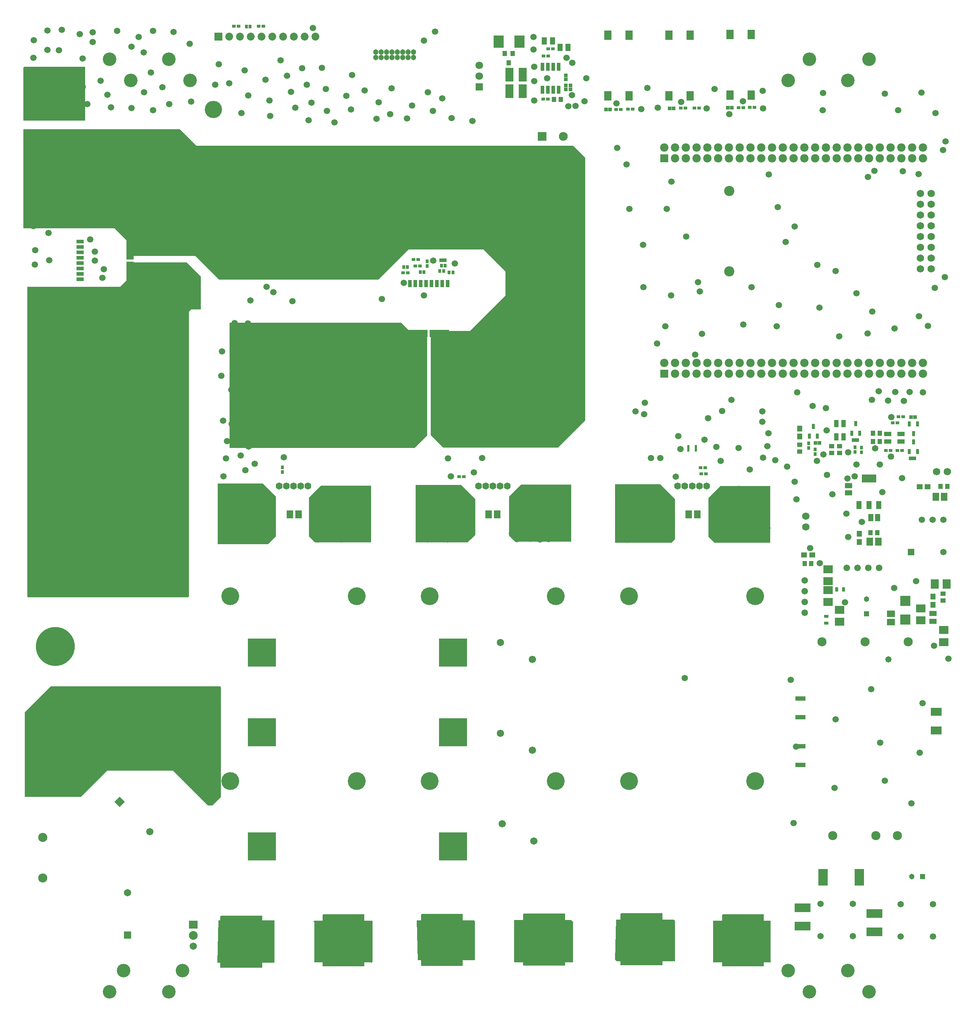
<source format=gts>
G04*
G04 #@! TF.GenerationSoftware,Altium Limited,Altium Designer,20.2.4 (192)*
G04*
G04 Layer_Color=8388736*
%FSLAX24Y24*%
%MOIN*%
G70*
G04*
G04 #@! TF.SameCoordinates,B9BB7F2B-B7AC-4897-A438-396A0F5AD448*
G04*
G04*
G04 #@! TF.FilePolarity,Negative*
G04*
G01*
G75*
%ADD62R,0.0316X0.0332*%
%ADD63R,0.0218X0.0611*%
%ADD64R,0.0474X0.0395*%
%ADD65R,0.0671X0.0867*%
%ADD66R,0.0316X0.0474*%
%ADD67R,0.0316X0.0356*%
%ADD68R,0.0647X0.0734*%
%ADD69R,0.0552X0.0493*%
%ADD70R,0.0395X0.0474*%
%ADD71R,0.0493X0.0552*%
%ADD72R,0.0395X0.0316*%
%ADD73R,0.0926X0.0946*%
%ADD74R,0.0718X0.0891*%
%ADD75R,0.0474X0.0434*%
%ADD76R,0.0986X0.0769*%
%ADD77R,0.0891X0.0718*%
%ADD78R,0.0651X0.0474*%
%ADD79R,0.0867X0.1556*%
%ADD80R,0.0706X0.1828*%
%ADD81R,0.0706X0.0332*%
%ADD82R,0.0474X0.0651*%
%ADD83R,0.0356X0.0316*%
%ADD84R,0.0336X0.0332*%
%ADD85R,0.0332X0.0706*%
%ADD86R,0.1828X0.0706*%
%ADD87R,0.1340X0.0769*%
%ADD88R,0.0454X0.0769*%
%ADD89R,0.2639X0.2639*%
%ADD90R,0.0316X0.0395*%
%ADD91R,0.0332X0.0336*%
%ADD92R,0.0363X0.0781*%
%ADD93R,0.0671X0.0434*%
%ADD94R,0.0434X0.0671*%
%ADD95R,0.0659X0.0482*%
%ADD96R,0.0482X0.0659*%
%ADD97R,0.0734X0.0647*%
%ADD98R,0.0954X0.0403*%
%ADD99R,0.0718X0.1265*%
%ADD100R,0.0415X0.0513*%
%ADD101R,0.0926X0.1182*%
%ADD102R,0.1497X0.0789*%
%ADD103C,0.0513*%
%ADD104C,0.4017*%
%ADD105C,0.2442*%
%ADD106C,0.1655*%
%ADD107O,0.0630X0.0650*%
%ADD108C,0.1600*%
%ADD109R,0.0824X0.0824*%
%ADD110O,0.0824X0.0824*%
%ADD111C,0.0690*%
%ADD112C,0.0946*%
%ADD113C,0.0780*%
%ADD114C,0.0611*%
%ADD115C,0.0848*%
%ADD116R,0.0513X0.0513*%
%ADD117R,0.0592X0.0592*%
%ADD118C,0.0592*%
%ADD119R,0.0780X0.0780*%
%ADD120R,0.0513X0.0513*%
%ADD121C,0.3623*%
%ADD122C,0.1261*%
%ADD123C,0.0710*%
%ADD124R,0.0710X0.0710*%
%ADD125C,0.0676*%
%ADD126R,0.0824X0.0730*%
%ADD127C,0.0816*%
%ADD128C,0.0671*%
%ADD129R,0.1178X0.1178*%
%ADD130C,0.1178*%
%ADD131R,0.0671X0.0671*%
%ADD132P,0.0948X4X360.0*%
%ADD133C,0.0730*%
%ADD134R,0.0730X0.0730*%
%ADD135C,0.0580*%
G36*
X18898Y32244D02*
Y22047D01*
X18110Y21260D01*
X17717D01*
X14488Y24488D01*
X8346D01*
X5906Y22047D01*
X709D01*
Y29921D01*
X3110Y32323D01*
X18819D01*
X18898Y32244D01*
D02*
G37*
G36*
X32224Y10551D02*
X32963D01*
Y6732D01*
X32884Y6654D01*
X32854Y6683D01*
X32224D01*
Y6339D01*
X32185Y6299D01*
X28327D01*
Y6683D01*
X27579D01*
Y10413D01*
X27470Y10522D01*
X27539D01*
X27569Y10551D01*
X28327D01*
Y11063D01*
X28406Y11142D01*
X32224D01*
Y10551D01*
D02*
G37*
G36*
X59882Y10640D02*
X60935D01*
X61033Y10541D01*
Y6762D01*
X59882D01*
Y6457D01*
X59843Y6417D01*
X55984D01*
Y6762D01*
X55630D01*
X55463Y6929D01*
X55581Y10640D01*
X55984D01*
Y11181D01*
X56063Y11260D01*
X59882D01*
Y10640D01*
D02*
G37*
G36*
X50846Y10610D02*
X51398D01*
X51624Y10384D01*
X51565Y10325D01*
Y6683D01*
X50846D01*
Y6417D01*
X50807Y6378D01*
X46949D01*
Y6683D01*
X46171D01*
X46102Y6752D01*
Y10610D01*
X46949D01*
Y11142D01*
X47028Y11220D01*
X50846D01*
Y10610D01*
D02*
G37*
G36*
X41358Y10591D02*
X42382D01*
X42470Y10502D01*
Y6880D01*
X41358D01*
Y6378D01*
X41319Y6339D01*
X37461D01*
Y6880D01*
X37185D01*
X37077Y10591D01*
X37461D01*
Y11102D01*
X37539Y11181D01*
X41358D01*
Y10591D01*
D02*
G37*
G36*
X69291Y10551D02*
X69921D01*
Y6762D01*
X69961Y6722D01*
X69921Y6683D01*
X69291D01*
Y6339D01*
X69252Y6299D01*
X65394D01*
Y6683D01*
X64577D01*
Y10551D01*
X65394D01*
Y11063D01*
X65472Y11142D01*
X69291D01*
Y10551D01*
D02*
G37*
G36*
X22756Y10571D02*
X23878D01*
Y6673D01*
X23898Y6654D01*
X23878Y6634D01*
X22756D01*
Y6220D01*
X22717Y6181D01*
X18858D01*
Y6634D01*
X18583D01*
X18681Y10571D01*
X18858D01*
Y10945D01*
X18937Y11024D01*
X22756D01*
Y10571D01*
D02*
G37*
G36*
X6312Y89826D02*
Y84843D01*
X603D01*
X564Y84882D01*
Y89759D01*
X657Y89843D01*
X6272D01*
X6312Y89826D01*
D02*
G37*
G36*
X16614Y82520D02*
X51614D01*
X52717Y81417D01*
Y57008D01*
X50197Y54488D01*
X39528D01*
X38386Y55630D01*
Y65039D01*
X38661Y65315D01*
X42008D01*
X45315Y68622D01*
Y70827D01*
X43268Y72874D01*
X36299Y72874D01*
X33504Y70079D01*
X18740Y70079D01*
X16535Y72283D01*
X10630D01*
X10157Y72756D01*
Y73740D01*
X9055Y74843D01*
X591D01*
X591Y84035D01*
X15098D01*
X16614Y82520D01*
D02*
G37*
G36*
X36299Y65394D02*
X38031D01*
Y55591D01*
X36890Y54449D01*
X19724Y54449D01*
Y66063D01*
X35630Y66063D01*
X36299Y65394D01*
D02*
G37*
G36*
X51398Y45756D02*
X46221Y45756D01*
X45650Y46327D01*
X45650Y49929D01*
X46752Y51031D01*
X51398D01*
X51398Y45756D01*
D02*
G37*
G36*
X42499Y49697D02*
Y46390D01*
X42097Y45988D01*
X42096Y45945D01*
X42054D01*
X41800Y45691D01*
X36977D01*
Y51016D01*
X41180D01*
X42499Y49697D01*
D02*
G37*
G36*
X32835Y50953D02*
X32835D01*
X32835Y45677D01*
X27658Y45677D01*
X27087Y46248D01*
Y46249D01*
X27087Y46250D01*
X27087Y49852D01*
X28189Y50955D01*
X32835D01*
Y50953D01*
D02*
G37*
G36*
X69882Y45640D02*
X64705Y45640D01*
X64134Y46211D01*
X64134Y49813D01*
X65236Y50915D01*
X69882D01*
X69882Y45640D01*
D02*
G37*
G36*
X61054Y49700D02*
X61054Y45970D01*
X60719Y45635D01*
X55493Y45635D01*
Y51088D01*
X59666D01*
X61054Y49700D01*
D02*
G37*
G36*
X22795Y51147D02*
X23996Y49946D01*
X23996Y46215D01*
X23287Y45507D01*
X18622Y45507D01*
Y51147D01*
X22795Y51147D01*
D02*
G37*
G36*
X17047Y70394D02*
Y67323D01*
X16142D01*
X15945Y67126D01*
Y40669D01*
X15866Y40591D01*
X984D01*
X945Y40630D01*
Y69409D01*
X9528D01*
X10197Y70079D01*
Y71693D01*
X15748D01*
X17047Y70394D01*
D02*
G37*
D62*
X40430Y70744D02*
D03*
X40076D02*
D03*
X21260Y93583D02*
D03*
X21614D02*
D03*
X37402Y70787D02*
D03*
X37756D02*
D03*
X35866Y71260D02*
D03*
X36220D02*
D03*
X39567Y70866D02*
D03*
X39213D02*
D03*
X39724Y71385D02*
D03*
X39370D02*
D03*
D63*
X62293Y54395D02*
D03*
X62982D02*
D03*
D64*
X75591Y54596D02*
D03*
Y53967D02*
D03*
X76320Y54596D02*
D03*
Y53967D02*
D03*
X72598Y54124D02*
D03*
Y54754D02*
D03*
D65*
X56790Y92785D02*
D03*
Y87156D02*
D03*
X54821Y92785D02*
D03*
Y87156D02*
D03*
X62441Y92785D02*
D03*
Y87156D02*
D03*
X60472Y92785D02*
D03*
Y87156D02*
D03*
X68110Y92844D02*
D03*
Y87215D02*
D03*
X66142Y92844D02*
D03*
Y87215D02*
D03*
D66*
X73878Y56457D02*
D03*
X73504Y55551D02*
D03*
X74252D02*
D03*
X77806Y56713D02*
D03*
X77432Y55807D02*
D03*
X78180D02*
D03*
X83162Y55020D02*
D03*
X82788Y54114D02*
D03*
X83536D02*
D03*
X83162Y55787D02*
D03*
X83536Y56693D02*
D03*
X82788D02*
D03*
D67*
X74035Y53888D02*
D03*
Y54321D02*
D03*
X38031Y71328D02*
D03*
Y71762D02*
D03*
X77756Y54498D02*
D03*
Y54065D02*
D03*
X78337Y54478D02*
D03*
Y54045D02*
D03*
X73455Y54439D02*
D03*
Y54872D02*
D03*
X24616Y52224D02*
D03*
Y52657D02*
D03*
D68*
X85236Y49921D02*
D03*
X86016D02*
D03*
X79904Y45749D02*
D03*
X79124D02*
D03*
X43748Y48268D02*
D03*
X44528D02*
D03*
X63102Y48278D02*
D03*
X62323D02*
D03*
X26102Y48268D02*
D03*
X25323D02*
D03*
D69*
X84488Y50837D02*
D03*
X83740D02*
D03*
X73760Y44518D02*
D03*
X73012D02*
D03*
D70*
X85679Y50866D02*
D03*
X86309D02*
D03*
X79823Y46594D02*
D03*
X79193D02*
D03*
X50433Y86801D02*
D03*
X49803D02*
D03*
X79409Y55807D02*
D03*
X80039D02*
D03*
X79409Y55059D02*
D03*
X80039D02*
D03*
X73690Y43720D02*
D03*
X73060D02*
D03*
D71*
X78130Y45726D02*
D03*
Y46474D02*
D03*
X72598Y55502D02*
D03*
Y56250D02*
D03*
X84971Y39892D02*
D03*
Y40640D02*
D03*
D72*
X75079Y38183D02*
D03*
Y38813D02*
D03*
D73*
X82411Y40236D02*
D03*
Y38504D02*
D03*
D74*
X86230Y41821D02*
D03*
X85128D02*
D03*
D75*
X85925Y40896D02*
D03*
Y40266D02*
D03*
D76*
X85267Y29931D02*
D03*
Y28199D02*
D03*
D77*
X85965Y37530D02*
D03*
Y36427D02*
D03*
X75246Y43179D02*
D03*
Y42077D02*
D03*
X76319Y39419D02*
D03*
Y38317D02*
D03*
X83841Y39548D02*
D03*
Y38445D02*
D03*
X75235Y41234D02*
D03*
Y40132D02*
D03*
D78*
X84990Y38337D02*
D03*
Y39085D02*
D03*
D79*
X78130Y14577D02*
D03*
X74783D02*
D03*
D80*
X10470Y70846D02*
D03*
Y72854D02*
D03*
D81*
X5829Y73600D02*
D03*
Y73100D02*
D03*
Y72600D02*
D03*
Y72100D02*
D03*
Y71600D02*
D03*
Y71100D02*
D03*
Y70600D02*
D03*
Y70100D02*
D03*
D82*
X51122Y91644D02*
D03*
X50374D02*
D03*
X49665Y92234D02*
D03*
X48917D02*
D03*
D83*
X49705Y91526D02*
D03*
X49272D02*
D03*
X36791Y71929D02*
D03*
X37224D02*
D03*
X63474Y52047D02*
D03*
X63907D02*
D03*
X48799Y86841D02*
D03*
X49232D02*
D03*
X49272Y90856D02*
D03*
X48839D02*
D03*
X82096Y54222D02*
D03*
X81663D02*
D03*
X81781Y57342D02*
D03*
X82215D02*
D03*
X81250Y56772D02*
D03*
X81683D02*
D03*
X80600Y54213D02*
D03*
X81033D02*
D03*
X68424Y86064D02*
D03*
X67991D02*
D03*
X67382Y86043D02*
D03*
X66949D02*
D03*
X63278Y86004D02*
D03*
X62844D02*
D03*
X61998Y86004D02*
D03*
X61565D02*
D03*
X55591Y85886D02*
D03*
X56024D02*
D03*
X57126Y85906D02*
D03*
X56693D02*
D03*
X22854Y93622D02*
D03*
X22421D02*
D03*
X20532Y93622D02*
D03*
X20098D02*
D03*
X36949Y71359D02*
D03*
X37382D02*
D03*
X35807Y70709D02*
D03*
X36240D02*
D03*
X41457Y51791D02*
D03*
X41024D02*
D03*
X63406Y52600D02*
D03*
X63839D02*
D03*
D84*
X65945Y86053D02*
D03*
X66299D02*
D03*
X54646Y85876D02*
D03*
X55000D02*
D03*
X60541Y85974D02*
D03*
X60896D02*
D03*
X77953Y55177D02*
D03*
X77598D02*
D03*
X83248Y53494D02*
D03*
X82894D02*
D03*
X82953Y57308D02*
D03*
X83307D02*
D03*
X74439Y54910D02*
D03*
X74085D02*
D03*
X39685Y71890D02*
D03*
X39331D02*
D03*
D85*
X36439Y69722D02*
D03*
X36939D02*
D03*
X37439D02*
D03*
X37939D02*
D03*
X38439D02*
D03*
X38939D02*
D03*
X39439D02*
D03*
X39939D02*
D03*
D86*
X39193Y65081D02*
D03*
X37185D02*
D03*
D87*
X79028Y51614D02*
D03*
D88*
X79933Y49134D02*
D03*
X79028D02*
D03*
X78122D02*
D03*
D89*
X40433Y28032D02*
D03*
X22717D02*
D03*
Y35433D02*
D03*
X40433D02*
D03*
X22717Y17441D02*
D03*
X40433D02*
D03*
D90*
X76056Y41313D02*
D03*
X76686D02*
D03*
D91*
X51339Y88100D02*
D03*
Y87746D02*
D03*
X50906D02*
D03*
Y88100D02*
D03*
X50905Y88691D02*
D03*
Y89045D02*
D03*
D92*
X50257Y87719D02*
D03*
X49757D02*
D03*
X49257D02*
D03*
X48757D02*
D03*
Y89855D02*
D03*
X49257D02*
D03*
X49757D02*
D03*
X50257D02*
D03*
D93*
X80787Y55059D02*
D03*
Y55728D02*
D03*
X82008Y55059D02*
D03*
Y55728D02*
D03*
D94*
X76683Y55482D02*
D03*
X76014D02*
D03*
X76683Y56703D02*
D03*
X76014D02*
D03*
D95*
X77136Y50929D02*
D03*
Y50291D02*
D03*
D96*
X79856Y47972D02*
D03*
X79219D02*
D03*
D97*
X81061Y38276D02*
D03*
Y39055D02*
D03*
D98*
X72660Y31188D02*
D03*
Y29456D02*
D03*
Y26732D02*
D03*
Y25000D02*
D03*
D99*
X46906Y87589D02*
D03*
X45693D02*
D03*
X46906Y89124D02*
D03*
X45693D02*
D03*
D100*
X45984Y91063D02*
D03*
X45236D02*
D03*
X45610Y90197D02*
D03*
D101*
X46618Y92177D02*
D03*
X44685D02*
D03*
D102*
X79557Y11211D02*
D03*
Y9518D02*
D03*
X72861Y10059D02*
D03*
Y11752D02*
D03*
D103*
X36767Y91209D02*
D03*
X36267D02*
D03*
X35767D02*
D03*
X35267D02*
D03*
X34767D02*
D03*
X34267D02*
D03*
X33767D02*
D03*
X33267D02*
D03*
X36767Y90709D02*
D03*
X36267D02*
D03*
X35767D02*
D03*
X35267D02*
D03*
X34767D02*
D03*
X34267D02*
D03*
X33767D02*
D03*
X33267D02*
D03*
X78802Y40419D02*
D03*
X83022Y14636D02*
D03*
D104*
X58335Y48280D02*
D03*
X66921D02*
D03*
X39841D02*
D03*
X48427D02*
D03*
X21346D02*
D03*
X29933D02*
D03*
D105*
X57892Y8706D02*
D03*
X67364D02*
D03*
X39398D02*
D03*
X48870D02*
D03*
X20904D02*
D03*
X30376D02*
D03*
D106*
X68484Y40679D02*
D03*
Y23504D02*
D03*
X56772Y40679D02*
D03*
Y23504D02*
D03*
X49990Y40679D02*
D03*
Y23504D02*
D03*
X38278Y40679D02*
D03*
Y23504D02*
D03*
X31496Y40679D02*
D03*
Y23504D02*
D03*
X19783Y40679D02*
D03*
Y23504D02*
D03*
D107*
X61289Y50913D02*
D03*
X63297D02*
D03*
X61959D02*
D03*
X62628D02*
D03*
X63967D02*
D03*
X42795D02*
D03*
X44803D02*
D03*
X43465D02*
D03*
X44134D02*
D03*
X45472D02*
D03*
X24301D02*
D03*
X26309D02*
D03*
X24970D02*
D03*
X25640D02*
D03*
X26978D02*
D03*
D108*
X18204Y85877D02*
D03*
X38524Y75207D02*
D03*
D109*
X48701Y83386D02*
D03*
D110*
X50669D02*
D03*
D111*
X84806Y75089D02*
D03*
X83806D02*
D03*
X84806Y78089D02*
D03*
X83806D02*
D03*
X84806Y77089D02*
D03*
X83806D02*
D03*
X84806Y76089D02*
D03*
X83806D02*
D03*
Y74089D02*
D03*
X84806D02*
D03*
X83806Y71089D02*
D03*
X84806D02*
D03*
X83806Y72089D02*
D03*
X84806D02*
D03*
X83806Y73089D02*
D03*
X84806D02*
D03*
X85305Y52244D02*
D03*
X86305D02*
D03*
X73169Y48110D02*
D03*
Y47110D02*
D03*
D112*
X66089Y78325D02*
D03*
Y70852D02*
D03*
D113*
X72053Y81358D02*
D03*
X60053Y62358D02*
D03*
X61053Y61358D02*
D03*
Y62358D02*
D03*
X62053Y61358D02*
D03*
Y62358D02*
D03*
X63053Y61358D02*
D03*
Y62358D02*
D03*
X64053Y61358D02*
D03*
Y62358D02*
D03*
X65053Y61358D02*
D03*
Y62358D02*
D03*
X66053Y61358D02*
D03*
Y62358D02*
D03*
X67053Y61358D02*
D03*
Y62358D02*
D03*
X68053Y61358D02*
D03*
Y62358D02*
D03*
X69053Y61358D02*
D03*
Y62358D02*
D03*
X70053Y61358D02*
D03*
Y62358D02*
D03*
X71053Y61358D02*
D03*
Y62358D02*
D03*
X72053Y61358D02*
D03*
Y62358D02*
D03*
X73053Y61358D02*
D03*
Y62358D02*
D03*
X74053Y61358D02*
D03*
Y62358D02*
D03*
X75053Y61358D02*
D03*
Y62358D02*
D03*
X76053Y61358D02*
D03*
Y62358D02*
D03*
X77053Y61358D02*
D03*
Y62358D02*
D03*
X78053Y61358D02*
D03*
Y62358D02*
D03*
X79053Y61358D02*
D03*
Y62358D02*
D03*
X80053Y61358D02*
D03*
Y62358D02*
D03*
X81053Y61358D02*
D03*
Y62358D02*
D03*
X82053Y61358D02*
D03*
Y62358D02*
D03*
X83053Y61358D02*
D03*
Y62358D02*
D03*
X84053Y61358D02*
D03*
Y62358D02*
D03*
Y82358D02*
D03*
Y81358D02*
D03*
X83053Y82358D02*
D03*
Y81358D02*
D03*
X82053Y82358D02*
D03*
Y81358D02*
D03*
X81053Y82358D02*
D03*
Y81358D02*
D03*
X80053Y82358D02*
D03*
Y81358D02*
D03*
X79053Y82358D02*
D03*
Y81358D02*
D03*
X78053Y82358D02*
D03*
Y81358D02*
D03*
X77053Y82358D02*
D03*
Y81358D02*
D03*
X76053Y82358D02*
D03*
Y81358D02*
D03*
X75053Y82358D02*
D03*
Y81358D02*
D03*
X74053Y82358D02*
D03*
Y81358D02*
D03*
X73053Y82358D02*
D03*
Y81358D02*
D03*
X72053Y82358D02*
D03*
X71053D02*
D03*
Y81358D02*
D03*
X70053Y82358D02*
D03*
Y81358D02*
D03*
X69053Y82358D02*
D03*
Y81358D02*
D03*
X68053Y82358D02*
D03*
Y81358D02*
D03*
X67053Y82358D02*
D03*
Y81358D02*
D03*
X66053Y82358D02*
D03*
Y81358D02*
D03*
X65053Y82358D02*
D03*
Y81358D02*
D03*
X64053Y82358D02*
D03*
Y81358D02*
D03*
X63053Y82358D02*
D03*
Y81358D02*
D03*
X62053Y82358D02*
D03*
Y81358D02*
D03*
X61053Y82358D02*
D03*
Y81358D02*
D03*
X60053Y82358D02*
D03*
D114*
X79975Y43327D02*
D03*
X78975D02*
D03*
X77975D02*
D03*
X76975D02*
D03*
X73091Y42132D02*
D03*
Y41132D02*
D03*
Y40132D02*
D03*
Y39132D02*
D03*
D115*
X81679Y18435D02*
D03*
X79679D02*
D03*
X75679D02*
D03*
X82679Y36435D02*
D03*
X78679D02*
D03*
X74679D02*
D03*
X2362Y18268D02*
D03*
Y14520D02*
D03*
D116*
X78802Y39041D02*
D03*
D117*
X82927Y44774D02*
D03*
D118*
X85927D02*
D03*
Y47774D02*
D03*
X84927D02*
D03*
X83927D02*
D03*
X84969Y9085D02*
D03*
Y12085D02*
D03*
X81968D02*
D03*
Y9085D02*
D03*
X74549Y12116D02*
D03*
Y9116D02*
D03*
X77549D02*
D03*
Y12116D02*
D03*
X86093Y70305D02*
D03*
X85128Y69311D02*
D03*
X83681Y66663D02*
D03*
X84518Y65778D02*
D03*
X22027Y52966D02*
D03*
X20748Y53750D02*
D03*
X19144Y51811D02*
D03*
X19468Y55069D02*
D03*
X18937Y61132D02*
D03*
X22726Y58661D02*
D03*
X20171Y66047D02*
D03*
X21407Y66004D02*
D03*
X21900Y63780D02*
D03*
X22028Y62667D02*
D03*
X20167Y58376D02*
D03*
X21161Y52392D02*
D03*
X19390Y53465D02*
D03*
X21486Y54577D02*
D03*
X21739Y56473D02*
D03*
X19923Y56680D02*
D03*
X19098Y56968D02*
D03*
X21285Y58825D02*
D03*
X19882Y59857D02*
D03*
X22067Y60886D02*
D03*
X20256Y62254D02*
D03*
X19016Y63406D02*
D03*
X20413Y64478D02*
D03*
X22234Y64764D02*
D03*
X16142Y86614D02*
D03*
X18366Y88179D02*
D03*
X1231Y88105D02*
D03*
X1713Y85403D02*
D03*
X6525Y86365D02*
D03*
X6083Y87992D02*
D03*
X5079Y88888D02*
D03*
X2825Y91398D02*
D03*
X1496Y90679D02*
D03*
X2823Y93213D02*
D03*
X1528Y92325D02*
D03*
X4154Y93287D02*
D03*
X5817Y92884D02*
D03*
X3860Y91362D02*
D03*
X6080Y90622D02*
D03*
X7006Y92140D02*
D03*
Y93028D02*
D03*
X9264Y93176D02*
D03*
X10596Y91695D02*
D03*
X11781Y87476D02*
D03*
X7746Y88549D02*
D03*
X8375Y87254D02*
D03*
X8709Y86069D02*
D03*
X10596Y85995D02*
D03*
X12595Y85810D02*
D03*
X14113Y86365D02*
D03*
X13483Y87957D02*
D03*
X12410Y89326D02*
D03*
X11744Y91177D02*
D03*
X11263Y92621D02*
D03*
X12595Y93176D02*
D03*
X14520Y93065D02*
D03*
X16004Y91988D02*
D03*
X26447Y89720D02*
D03*
X28278Y89754D02*
D03*
X31061Y89079D02*
D03*
X39429Y86909D02*
D03*
X42234Y84823D02*
D03*
X40319Y85076D02*
D03*
X38578Y85748D02*
D03*
X38120Y87490D02*
D03*
X36191Y85049D02*
D03*
X36654Y86240D02*
D03*
X34754Y87854D02*
D03*
X32254Y87638D02*
D03*
X33533Y86545D02*
D03*
X34605Y85443D02*
D03*
X33327Y85020D02*
D03*
X30965Y85866D02*
D03*
X30541Y87156D02*
D03*
X28652Y87766D02*
D03*
X26875Y88162D02*
D03*
X27303Y86516D02*
D03*
X28740Y85748D02*
D03*
X29439Y84675D02*
D03*
X27028Y84892D02*
D03*
X25807Y86053D02*
D03*
X25404Y87520D02*
D03*
X25039Y89016D02*
D03*
X24459Y90453D02*
D03*
X23056Y88651D02*
D03*
X23425Y86722D02*
D03*
X23484Y85285D02*
D03*
X20797Y85532D02*
D03*
X21437Y87185D02*
D03*
X19665Y88317D02*
D03*
X21102Y89508D02*
D03*
X18720Y90089D02*
D03*
X19902Y71201D02*
D03*
X15472Y73720D02*
D03*
X6024Y82756D02*
D03*
X5256Y80138D02*
D03*
X1358Y78652D02*
D03*
X1645Y71477D02*
D03*
X2963Y71880D02*
D03*
X1683Y72805D02*
D03*
X2904Y74409D02*
D03*
X1496Y75049D02*
D03*
X3957Y76673D02*
D03*
X2047Y77510D02*
D03*
X63179Y69833D02*
D03*
X63356Y68986D02*
D03*
X69196Y53537D02*
D03*
X69596Y54613D02*
D03*
X70335Y53295D02*
D03*
X27431Y93445D02*
D03*
X64114Y57215D02*
D03*
X64892Y54528D02*
D03*
X69724Y55817D02*
D03*
X73809Y58346D02*
D03*
X69144Y56870D02*
D03*
X57392Y57835D02*
D03*
X58169Y57589D02*
D03*
X66939Y54449D02*
D03*
X61329Y55551D02*
D03*
X58258Y58642D02*
D03*
X67963Y52448D02*
D03*
X72313Y49675D02*
D03*
X64636Y49035D02*
D03*
X64675Y47589D02*
D03*
X64951Y46906D02*
D03*
X65463Y46423D02*
D03*
X66191Y46039D02*
D03*
X67087Y45961D02*
D03*
X67884Y46010D02*
D03*
X68465Y46423D02*
D03*
X68937Y46925D02*
D03*
X69232Y47585D02*
D03*
X69301Y48293D02*
D03*
X69282Y48943D02*
D03*
X68937Y49543D02*
D03*
X68514Y50075D02*
D03*
X67933Y50429D02*
D03*
X66978Y50656D02*
D03*
X66181Y50498D02*
D03*
X65512Y50193D02*
D03*
X65000Y49799D02*
D03*
X64646Y48337D02*
D03*
X68976Y50528D02*
D03*
X69449Y50006D02*
D03*
X69596Y47024D02*
D03*
X69252Y46305D02*
D03*
X64468Y46541D02*
D03*
X64961Y45990D02*
D03*
X46063Y49016D02*
D03*
X46102Y47569D02*
D03*
X46378Y46886D02*
D03*
X46890Y46404D02*
D03*
X47618Y46020D02*
D03*
X48514Y45941D02*
D03*
X49311Y45990D02*
D03*
X49892Y46404D02*
D03*
X50364Y46906D02*
D03*
X50659Y47565D02*
D03*
X50728Y48274D02*
D03*
X50709Y48923D02*
D03*
X50364Y49524D02*
D03*
X49941Y50055D02*
D03*
X49360Y50409D02*
D03*
X48406Y50636D02*
D03*
X47608Y50478D02*
D03*
X46939Y50173D02*
D03*
X46427Y49780D02*
D03*
X46073Y48317D02*
D03*
X50404Y50508D02*
D03*
X50876Y49986D02*
D03*
X51024Y47004D02*
D03*
X50679Y46285D02*
D03*
X45896Y46522D02*
D03*
X46388Y45970D02*
D03*
X27904Y45961D02*
D03*
X27411Y46512D02*
D03*
X32195Y46276D02*
D03*
X32539Y46994D02*
D03*
X32392Y49976D02*
D03*
X31919Y50498D02*
D03*
X27589Y48307D02*
D03*
X27943Y49770D02*
D03*
X28455Y50163D02*
D03*
X29124Y50469D02*
D03*
X29921Y50626D02*
D03*
X30876Y50400D02*
D03*
X31457Y50045D02*
D03*
X31880Y49514D02*
D03*
X32224Y48913D02*
D03*
X32244Y48264D02*
D03*
X32175Y47555D02*
D03*
X31880Y46896D02*
D03*
X31407Y46394D02*
D03*
X30827Y45980D02*
D03*
X30030Y45931D02*
D03*
X29134Y46010D02*
D03*
X28406Y46394D02*
D03*
X27894Y46876D02*
D03*
X27618Y47559D02*
D03*
X27579Y49006D02*
D03*
X18986Y48539D02*
D03*
X18996Y47752D02*
D03*
X18976Y49366D02*
D03*
X19567Y49996D02*
D03*
X20276Y50429D02*
D03*
X21299Y50636D02*
D03*
X22392Y50400D02*
D03*
X23051Y49927D02*
D03*
X23533Y49366D02*
D03*
X23671Y48520D02*
D03*
X23691Y47762D02*
D03*
X23376Y47102D02*
D03*
X22943Y46610D02*
D03*
X22441Y46236D02*
D03*
X21447Y45941D02*
D03*
X20443Y46148D02*
D03*
X19872Y46394D02*
D03*
X19301Y46748D02*
D03*
X19646Y50675D02*
D03*
X18996Y50291D02*
D03*
X18976Y46138D02*
D03*
X19587Y45911D02*
D03*
X23652Y46502D02*
D03*
X23130Y45970D02*
D03*
X55984Y48549D02*
D03*
X55994Y47762D02*
D03*
X55974Y49376D02*
D03*
X56565Y50006D02*
D03*
X57274Y50439D02*
D03*
X58297Y50646D02*
D03*
X59390Y50409D02*
D03*
X60049Y49937D02*
D03*
X60532Y49376D02*
D03*
X60669Y48530D02*
D03*
X60689Y47772D02*
D03*
X60374Y47112D02*
D03*
X59941Y46620D02*
D03*
X59439Y46246D02*
D03*
X58445Y45951D02*
D03*
X57441Y46157D02*
D03*
X56870Y46404D02*
D03*
X56299Y46758D02*
D03*
X56644Y50685D02*
D03*
X55994Y50301D02*
D03*
X55974Y46148D02*
D03*
X56585Y45921D02*
D03*
X60650Y46512D02*
D03*
X60128Y45980D02*
D03*
X41624Y45990D02*
D03*
X42146Y46522D02*
D03*
X38081Y45931D02*
D03*
X37470Y46157D02*
D03*
X37490Y50311D02*
D03*
X38140Y50695D02*
D03*
X37795Y46768D02*
D03*
X38366Y46413D02*
D03*
X38937Y46167D02*
D03*
X39941Y45961D02*
D03*
X40935Y46256D02*
D03*
X41437Y46630D02*
D03*
X41870Y47122D02*
D03*
X42185Y47782D02*
D03*
X42165Y48539D02*
D03*
X42028Y49386D02*
D03*
X41545Y49947D02*
D03*
X40886Y50419D02*
D03*
X39793Y50656D02*
D03*
X38770Y50449D02*
D03*
X38061Y50016D02*
D03*
X37470Y49386D02*
D03*
X37490Y47772D02*
D03*
X37480Y48559D02*
D03*
X61949Y33081D02*
D03*
X49604Y71727D02*
D03*
X48167Y71776D02*
D03*
X50972Y63873D02*
D03*
X48991Y63578D02*
D03*
X49819Y64273D02*
D03*
X49367Y65310D02*
D03*
X48245Y64749D02*
D03*
X47921Y63528D02*
D03*
X45568Y63715D02*
D03*
X46586Y64273D02*
D03*
X47045Y65123D02*
D03*
X45785Y65743D02*
D03*
X47387Y66410D02*
D03*
X48403Y66461D02*
D03*
X49741D02*
D03*
X50863Y65103D02*
D03*
X51070Y66491D02*
D03*
X51159Y71589D02*
D03*
X52117Y64112D02*
D03*
X52143Y65260D02*
D03*
Y66461D02*
D03*
X52117Y69884D02*
D03*
X51101Y69937D02*
D03*
X49899Y69857D02*
D03*
X48806Y69808D02*
D03*
X47359Y69906D02*
D03*
X46188Y69995D02*
D03*
X46316Y71136D02*
D03*
X47438Y71087D02*
D03*
X48885Y71117D02*
D03*
X50381Y71087D02*
D03*
X52064D02*
D03*
X52084Y78509D02*
D03*
X51011Y78459D02*
D03*
X52054Y79965D02*
D03*
X50982Y79946D02*
D03*
X33846Y68292D02*
D03*
X25531Y68091D02*
D03*
X8029Y71034D02*
D03*
X58819Y53504D02*
D03*
X59685D02*
D03*
X7913Y70236D02*
D03*
X6772Y73819D02*
D03*
X37756Y68622D02*
D03*
X40610Y71594D02*
D03*
X35866Y69764D02*
D03*
X55669Y82323D02*
D03*
X85205Y85548D02*
D03*
X81742Y85797D02*
D03*
X74734D02*
D03*
X83906Y87451D02*
D03*
X80523Y87330D02*
D03*
X74774Y87411D02*
D03*
X69183Y87608D02*
D03*
X66063Y85433D02*
D03*
X64695Y87766D02*
D03*
X58474Y87884D02*
D03*
X59459Y86033D02*
D03*
X68140Y69370D02*
D03*
X82274Y58819D02*
D03*
X60137Y65738D02*
D03*
X59360Y64134D02*
D03*
X38780Y93110D02*
D03*
X49173Y88770D02*
D03*
X52795Y88780D02*
D03*
X51488Y87205D02*
D03*
X51132Y86181D02*
D03*
X52628Y86654D02*
D03*
X51801Y86220D02*
D03*
X51526Y90197D02*
D03*
X50984Y90669D02*
D03*
X63543Y65039D02*
D03*
X70463Y65748D02*
D03*
X70692Y67717D02*
D03*
X23150Y69409D02*
D03*
X21654Y68150D02*
D03*
X47894Y92626D02*
D03*
X37756Y92283D02*
D03*
X66289Y58926D02*
D03*
X81368Y41457D02*
D03*
X83415Y42087D02*
D03*
X86422Y34868D02*
D03*
X85069Y36063D02*
D03*
X80502Y23543D02*
D03*
X83730Y26142D02*
D03*
X72282Y26709D02*
D03*
X72037Y19606D02*
D03*
X84006Y30748D02*
D03*
X71762Y32913D02*
D03*
X79242Y32047D02*
D03*
X82982Y21457D02*
D03*
X75856Y22874D02*
D03*
X80069Y27087D02*
D03*
X75935Y29252D02*
D03*
X75030Y58150D02*
D03*
X72392Y59606D02*
D03*
X79951Y59724D02*
D03*
X81486Y59646D02*
D03*
X82825D02*
D03*
X84045Y59606D02*
D03*
X80817Y58858D02*
D03*
X79321Y58898D02*
D03*
X81093Y53661D02*
D03*
X71457Y52717D02*
D03*
X63770Y55197D02*
D03*
X61535Y54355D02*
D03*
X74478Y43740D02*
D03*
X73573Y45157D02*
D03*
X38622Y71850D02*
D03*
X23780Y68899D02*
D03*
X7205Y72677D02*
D03*
Y71850D02*
D03*
X16102Y30728D02*
D03*
X17126D02*
D03*
X18150D02*
D03*
X15138D02*
D03*
X10787D02*
D03*
X11811D02*
D03*
X12835D02*
D03*
X9823D02*
D03*
X5236Y30689D02*
D03*
X6260D02*
D03*
X7283D02*
D03*
X4272D02*
D03*
X14370Y27874D02*
D03*
Y26831D02*
D03*
X13287Y27835D02*
D03*
Y26811D02*
D03*
Y25787D02*
D03*
X14370Y25807D02*
D03*
Y28819D02*
D03*
X13287Y28799D02*
D03*
X15472Y28819D02*
D03*
Y25807D02*
D03*
Y26831D02*
D03*
Y27874D02*
D03*
X16575Y28819D02*
D03*
Y25807D02*
D03*
Y26831D02*
D03*
Y27874D02*
D03*
X9921Y27913D02*
D03*
Y26870D02*
D03*
Y25846D02*
D03*
Y28858D02*
D03*
X8819Y27913D02*
D03*
Y26870D02*
D03*
Y25846D02*
D03*
Y28858D02*
D03*
X6634Y28839D02*
D03*
X7717Y28858D02*
D03*
Y25846D02*
D03*
X6634Y25827D02*
D03*
Y26850D02*
D03*
Y27874D02*
D03*
X7717Y26870D02*
D03*
Y27913D02*
D03*
X83642Y79872D02*
D03*
X85915Y82096D02*
D03*
X86142Y82923D02*
D03*
X82185Y80148D02*
D03*
X78957Y79626D02*
D03*
X79547Y80167D02*
D03*
X65289Y53252D02*
D03*
X80285Y50354D02*
D03*
X77116Y46181D02*
D03*
X72155Y51309D02*
D03*
X78366Y47589D02*
D03*
X76929Y48337D02*
D03*
X75630Y50148D02*
D03*
X24749Y53567D02*
D03*
X43132Y53508D02*
D03*
X40236Y51798D02*
D03*
X39970Y53472D02*
D03*
X61102Y51789D02*
D03*
X42362Y52192D02*
D03*
X76801Y40108D02*
D03*
X77697Y51811D02*
D03*
X82096Y51644D02*
D03*
X77037Y51624D02*
D03*
X74222Y53238D02*
D03*
X75138Y51929D02*
D03*
X63976Y85984D02*
D03*
X67343Y86644D02*
D03*
X61604Y86575D02*
D03*
X55607Y86457D02*
D03*
X69738Y79849D02*
D03*
X60725Y79179D02*
D03*
X56542Y80774D02*
D03*
X56819Y76660D02*
D03*
X58110Y69380D02*
D03*
X81407Y65541D02*
D03*
X76260Y64803D02*
D03*
X74429Y67480D02*
D03*
X77874Y68799D02*
D03*
X78917Y65069D02*
D03*
X79331Y67116D02*
D03*
X75955Y70886D02*
D03*
X74242Y71457D02*
D03*
X72146Y75000D02*
D03*
X70571Y76821D02*
D03*
X71310Y73563D02*
D03*
X62067Y74094D02*
D03*
X60286Y76660D02*
D03*
X58091Y73307D02*
D03*
X62894Y63110D02*
D03*
X69154Y57844D02*
D03*
X65423Y57894D02*
D03*
X67363Y65915D02*
D03*
X60690Y68595D02*
D03*
X57894Y85896D02*
D03*
X69222Y85994D02*
D03*
X81122Y57326D02*
D03*
X79616Y54411D02*
D03*
X77116Y54058D02*
D03*
X74803Y53858D02*
D03*
X75098Y56063D02*
D03*
X80059Y52913D02*
D03*
X77884Y52904D02*
D03*
X11496Y79449D02*
D03*
X4616Y78612D02*
D03*
X6713Y79892D02*
D03*
X7539Y82677D02*
D03*
X19006Y72520D02*
D03*
X10709Y74183D02*
D03*
X14793Y76004D02*
D03*
X13957Y74331D02*
D03*
X16713Y74094D02*
D03*
X10659Y77953D02*
D03*
X9144Y76407D02*
D03*
X6132Y77451D02*
D03*
X9055Y80984D02*
D03*
X8435Y78524D02*
D03*
X13150Y77717D02*
D03*
X12116Y76093D02*
D03*
X65630Y9744D02*
D03*
Y8957D02*
D03*
Y8169D02*
D03*
Y7411D02*
D03*
X69173Y9843D02*
D03*
Y9055D02*
D03*
Y8268D02*
D03*
Y7480D02*
D03*
X68590Y10176D02*
D03*
X67803D02*
D03*
X67015D02*
D03*
X66228D02*
D03*
X66274Y7246D02*
D03*
X67061D02*
D03*
X67849D02*
D03*
X68636D02*
D03*
X47134Y9744D02*
D03*
Y8957D02*
D03*
Y8169D02*
D03*
Y7411D02*
D03*
X50678Y9843D02*
D03*
Y9055D02*
D03*
Y8268D02*
D03*
Y7480D02*
D03*
X50094Y10176D02*
D03*
X49307D02*
D03*
X48519D02*
D03*
X47732D02*
D03*
X47778Y7246D02*
D03*
X48566D02*
D03*
X49353D02*
D03*
X50140D02*
D03*
X31648D02*
D03*
X30860D02*
D03*
X30073D02*
D03*
X29286D02*
D03*
X29240Y10176D02*
D03*
X30027D02*
D03*
X30814D02*
D03*
X31602D02*
D03*
X32185Y7480D02*
D03*
Y8268D02*
D03*
Y9055D02*
D03*
Y9843D02*
D03*
X28642Y7411D02*
D03*
Y8169D02*
D03*
Y8957D02*
D03*
Y9744D02*
D03*
X47894Y91447D02*
D03*
X47992Y89855D02*
D03*
Y88510D02*
D03*
Y86722D02*
D03*
D119*
X60053Y61358D02*
D03*
Y81358D02*
D03*
D120*
X84006Y14636D02*
D03*
D121*
X3189Y81929D02*
D03*
Y87008D02*
D03*
X3543Y36024D02*
D03*
X3150Y24094D02*
D03*
D122*
X15354Y5906D02*
D03*
X77068Y88583D02*
D03*
X71556D02*
D03*
X8564Y3937D02*
D03*
X14076D02*
D03*
X9863Y5906D02*
D03*
X73524Y3937D02*
D03*
X79036D02*
D03*
X77068Y5906D02*
D03*
X71556D02*
D03*
X8564Y90551D02*
D03*
X14076D02*
D03*
X10532Y88583D02*
D03*
X16044D02*
D03*
X73524Y90551D02*
D03*
X79036D02*
D03*
D123*
X42874Y89976D02*
D03*
Y88976D02*
D03*
D124*
Y87976D02*
D03*
D125*
X45000Y19528D02*
D03*
X47953Y17953D02*
D03*
X44843Y36378D02*
D03*
X47795Y34803D02*
D03*
Y26378D02*
D03*
X44843Y27953D02*
D03*
D126*
X16339Y10177D02*
D03*
D127*
Y9173D02*
D03*
D128*
Y8169D02*
D03*
X10236Y13150D02*
D03*
X12303Y18799D02*
D03*
D129*
X3819Y68163D02*
D03*
Y45778D02*
D03*
Y53240D02*
D03*
Y60701D02*
D03*
D130*
Y66014D02*
D03*
Y63864D02*
D03*
Y43628D02*
D03*
Y41478D02*
D03*
Y51090D02*
D03*
Y48940D02*
D03*
Y58552D02*
D03*
Y56402D02*
D03*
D131*
X10236Y9213D02*
D03*
D132*
X9519Y21583D02*
D03*
D133*
X27687Y92648D02*
D03*
X26687D02*
D03*
X25687D02*
D03*
X24687D02*
D03*
X23687D02*
D03*
X22687D02*
D03*
X21687D02*
D03*
X20687D02*
D03*
X19687D02*
D03*
D134*
X18687D02*
D03*
D135*
X80846Y34823D02*
D03*
M02*

</source>
